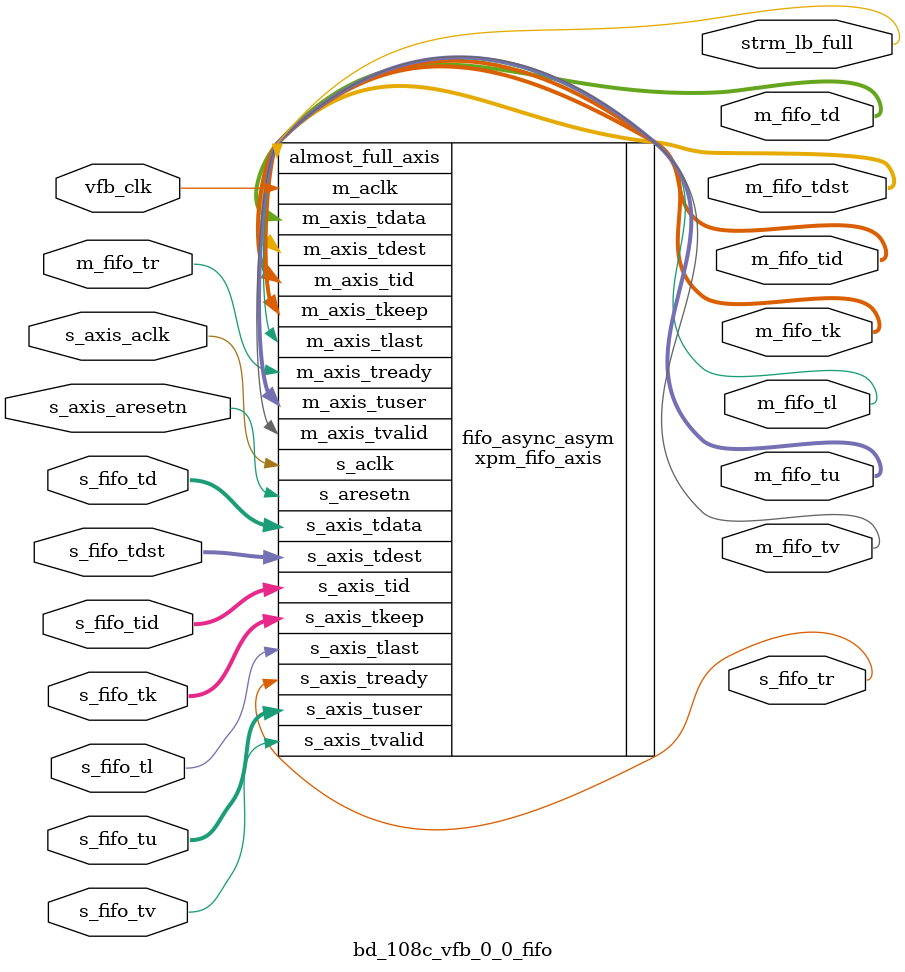
<source format=v>
`timescale 1ps/1ps
module bd_108c_vfb_0_0_fifo (
  input            s_axis_aclk    ,

  input         s_axis_aresetn ,
  input            vfb_clk        ,
  output    s_fifo_tr      ,
  input     s_fifo_tv      ,
  input      [64-1:0]  s_fifo_td      ,
  input [31:0]     s_fifo_tid    ,   
  input      [24-1:0]  s_fifo_tu      ,
  input      [31:0] s_fifo_tdst      ,
  input      [8-1:0] s_fifo_tk      ,
  input      s_fifo_tl      ,
  input     m_fifo_tr      ,
  output     m_fifo_tv      ,
  output   [64-1:0]   m_fifo_td      ,
  output [31:0]     m_fifo_tid    ,   
  output[ 31:0]     m_fifo_tdst    ,   
  output   [24-1:0]  m_fifo_tu      ,
  output    [8-1:0] m_fifo_tk      ,
  output      m_fifo_tl      ,
  output  strm_lb_full   
);

xpm_fifo_axis#(
      .CLOCKING_MODE("independent_clock"), // String
      .ECC_MODE("no_ecc"),            // String
      .FIFO_DEPTH(2048),              // DECIMAL
      .FIFO_MEMORY_TYPE("block"),      // String
      .PACKET_FIFO("false"),          // String
      .PROG_EMPTY_THRESH(10),         // DECIMAL
      .PROG_FULL_THRESH(2043),          // DECIMAL
      .RD_DATA_COUNT_WIDTH(1),        // DECIMAL
      .RELATED_CLOCKS(0),             // DECIMAL
      .SIM_ASSERT_CHK(0),             // DECIMAL; 0=disable simulation messages, 1=enable simulation messages
      .TDATA_WIDTH(64),               // DECIMAL
      .TDEST_WIDTH(32),                // DECIMAL
      .TID_WIDTH(32),                  // DECIMAL
      .TUSER_WIDTH(24),                // DECIMAL
      .USE_ADV_FEATURES("1008"),      // String
      .WR_DATA_COUNT_WIDTH(1)         // DECIMAL
 ) fifo_async_asym(
  .s_aclk            (s_axis_aclk    ),
  .s_aresetn         (s_axis_aresetn ),
  .m_aclk            (vfb_clk        ),
  .s_axis_tready     (s_fifo_tr      ),
  .s_axis_tvalid     (s_fifo_tv      ),
  .s_axis_tdata      (s_fifo_td      ),
  .s_axis_tid      ( s_fifo_tid      ),
  .s_axis_tuser      (s_fifo_tu      ),
  .s_axis_tdest      (s_fifo_tdst      ),
  .s_axis_tkeep      (s_fifo_tk      ),
  .s_axis_tlast      (s_fifo_tl      ),
  .m_axis_tready     (m_fifo_tr      ),
  .m_axis_tvalid     (m_fifo_tv      ),
  .m_axis_tdata      (m_fifo_td      ),
  .m_axis_tid        (m_fifo_tid      ),
  .m_axis_tdest      (m_fifo_tdst     ),
  .m_axis_tuser      (m_fifo_tu      ),
  .m_axis_tkeep      (m_fifo_tk      ),
  .m_axis_tlast      (m_fifo_tl      ),
  .almost_full_axis  (strm_lb_full   )
);
endmodule

</source>
